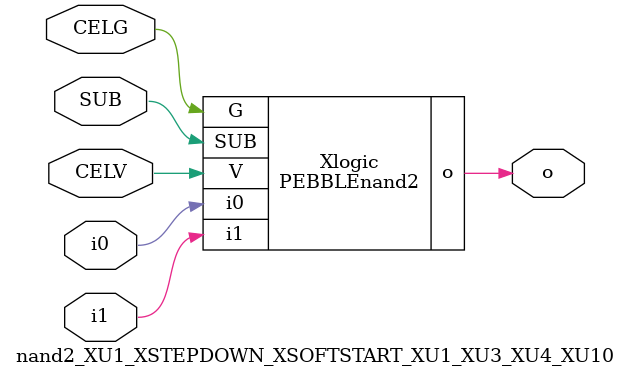
<source format=v>



module PEBBLEnand2 ( o, G, SUB, V, i0, i1 );

  input i0;
  input V;
  input i1;
  input G;
  output o;
  input SUB;
endmodule

//Celera Confidential Do Not Copy nand2_XU1_XSTEPDOWN_XSOFTSTART_XU1_XU3_XU4_XU10
//Celera Confidential Symbol Generator
//5V NAND2
module nand2_XU1_XSTEPDOWN_XSOFTSTART_XU1_XU3_XU4_XU10 (CELV,CELG,i0,i1,o,SUB);
input CELV;
input CELG;
input i0;
input i1;
input SUB;
output o;

//Celera Confidential Do Not Copy nand2
PEBBLEnand2 Xlogic(
.V (CELV),
.i0 (i0),
.i1 (i1),
.o (o),
.SUB (SUB),
.G (CELG)
);
//,diesize,PEBBLEnand2

//Celera Confidential Do Not Copy Module End
//Celera Schematic Generator
endmodule

</source>
